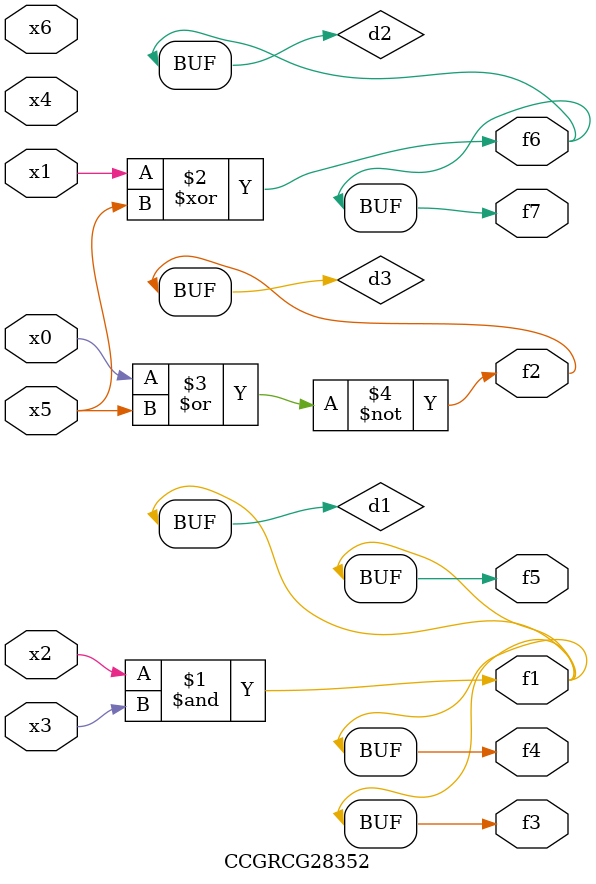
<source format=v>
module CCGRCG28352(
	input x0, x1, x2, x3, x4, x5, x6,
	output f1, f2, f3, f4, f5, f6, f7
);

	wire d1, d2, d3;

	and (d1, x2, x3);
	xor (d2, x1, x5);
	nor (d3, x0, x5);
	assign f1 = d1;
	assign f2 = d3;
	assign f3 = d1;
	assign f4 = d1;
	assign f5 = d1;
	assign f6 = d2;
	assign f7 = d2;
endmodule

</source>
